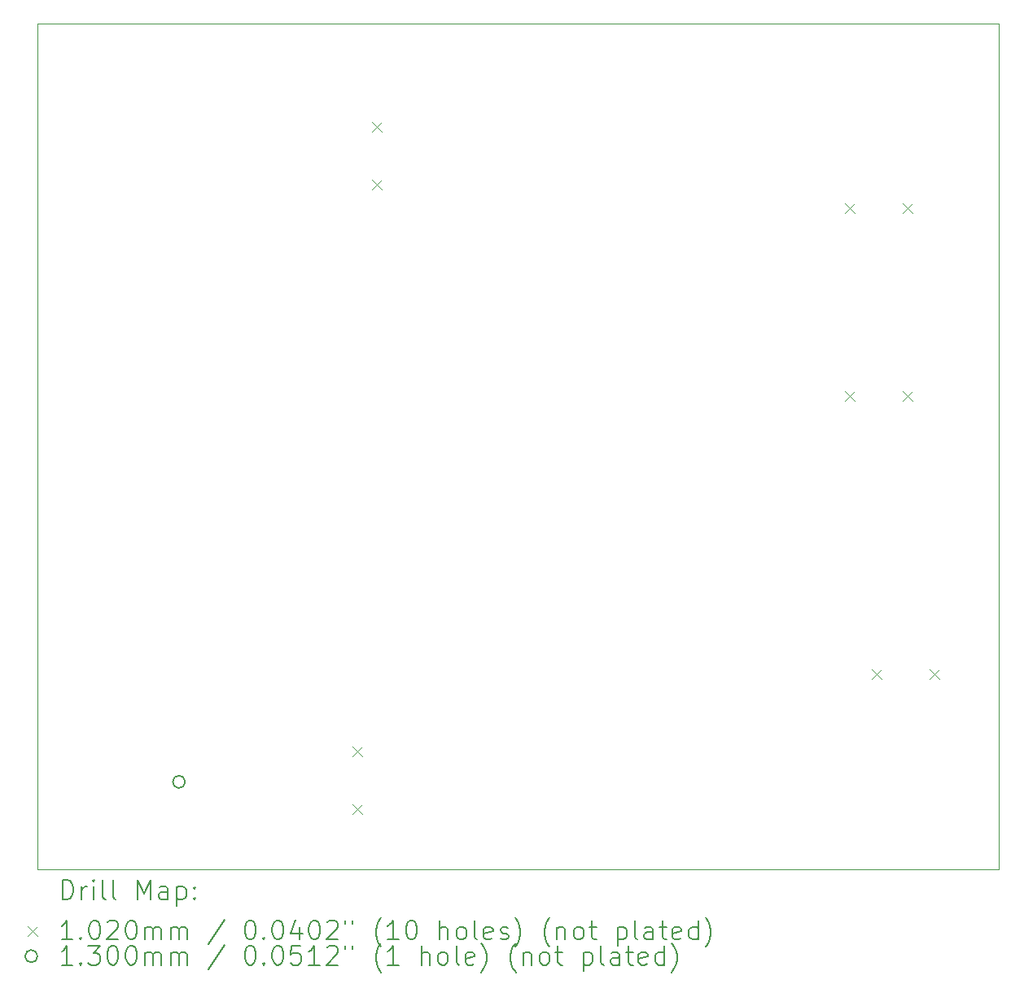
<source format=gbr>
%TF.GenerationSoftware,KiCad,Pcbnew,8.0.7-8.0.7-0~ubuntu22.04.1*%
%TF.CreationDate,2025-01-27T17:29:04+02:00*%
%TF.ProjectId,speaker_amp2,73706561-6b65-4725-9f61-6d70322e6b69,rev?*%
%TF.SameCoordinates,Original*%
%TF.FileFunction,Drillmap*%
%TF.FilePolarity,Positive*%
%FSLAX45Y45*%
G04 Gerber Fmt 4.5, Leading zero omitted, Abs format (unit mm)*
G04 Created by KiCad (PCBNEW 8.0.7-8.0.7-0~ubuntu22.04.1) date 2025-01-27 17:29:04*
%MOMM*%
%LPD*%
G01*
G04 APERTURE LIST*
%ADD10C,0.050000*%
%ADD11C,0.200000*%
%ADD12C,0.102000*%
%ADD13C,0.130000*%
G04 APERTURE END LIST*
D10*
X3750000Y-6300000D02*
X13750000Y-6300000D01*
X13750000Y-15100000D01*
X3750000Y-15100000D01*
X3750000Y-6300000D01*
D11*
D12*
X7024000Y-13824001D02*
X7126000Y-13926001D01*
X7126000Y-13824001D02*
X7024000Y-13926001D01*
X7024000Y-14424000D02*
X7126000Y-14526000D01*
X7126000Y-14424000D02*
X7024000Y-14526000D01*
X7226500Y-7322966D02*
X7328500Y-7424966D01*
X7328500Y-7322966D02*
X7226500Y-7424966D01*
X7226500Y-7922965D02*
X7328500Y-8024965D01*
X7328500Y-7922965D02*
X7226500Y-8024965D01*
X12144001Y-8164000D02*
X12246001Y-8266000D01*
X12246001Y-8164000D02*
X12144001Y-8266000D01*
X12144001Y-10124000D02*
X12246001Y-10226000D01*
X12246001Y-10124000D02*
X12144001Y-10226000D01*
X12424000Y-13023000D02*
X12526000Y-13125000D01*
X12526000Y-13023000D02*
X12424000Y-13125000D01*
X12744000Y-8164000D02*
X12846000Y-8266000D01*
X12846000Y-8164000D02*
X12744000Y-8266000D01*
X12744000Y-10124000D02*
X12846000Y-10226000D01*
X12846000Y-10124000D02*
X12744000Y-10226000D01*
X13023999Y-13023000D02*
X13125999Y-13125000D01*
X13125999Y-13023000D02*
X13023999Y-13125000D01*
D13*
X5283600Y-14191000D02*
G75*
G02*
X5153600Y-14191000I-65000J0D01*
G01*
X5153600Y-14191000D02*
G75*
G02*
X5283600Y-14191000I65000J0D01*
G01*
D11*
X4008277Y-15413984D02*
X4008277Y-15213984D01*
X4008277Y-15213984D02*
X4055896Y-15213984D01*
X4055896Y-15213984D02*
X4084467Y-15223508D01*
X4084467Y-15223508D02*
X4103515Y-15242555D01*
X4103515Y-15242555D02*
X4113039Y-15261603D01*
X4113039Y-15261603D02*
X4122562Y-15299698D01*
X4122562Y-15299698D02*
X4122562Y-15328269D01*
X4122562Y-15328269D02*
X4113039Y-15366365D01*
X4113039Y-15366365D02*
X4103515Y-15385412D01*
X4103515Y-15385412D02*
X4084467Y-15404460D01*
X4084467Y-15404460D02*
X4055896Y-15413984D01*
X4055896Y-15413984D02*
X4008277Y-15413984D01*
X4208277Y-15413984D02*
X4208277Y-15280650D01*
X4208277Y-15318746D02*
X4217801Y-15299698D01*
X4217801Y-15299698D02*
X4227324Y-15290174D01*
X4227324Y-15290174D02*
X4246372Y-15280650D01*
X4246372Y-15280650D02*
X4265420Y-15280650D01*
X4332086Y-15413984D02*
X4332086Y-15280650D01*
X4332086Y-15213984D02*
X4322563Y-15223508D01*
X4322563Y-15223508D02*
X4332086Y-15233031D01*
X4332086Y-15233031D02*
X4341610Y-15223508D01*
X4341610Y-15223508D02*
X4332086Y-15213984D01*
X4332086Y-15213984D02*
X4332086Y-15233031D01*
X4455896Y-15413984D02*
X4436848Y-15404460D01*
X4436848Y-15404460D02*
X4427324Y-15385412D01*
X4427324Y-15385412D02*
X4427324Y-15213984D01*
X4560658Y-15413984D02*
X4541610Y-15404460D01*
X4541610Y-15404460D02*
X4532086Y-15385412D01*
X4532086Y-15385412D02*
X4532086Y-15213984D01*
X4789229Y-15413984D02*
X4789229Y-15213984D01*
X4789229Y-15213984D02*
X4855896Y-15356841D01*
X4855896Y-15356841D02*
X4922563Y-15213984D01*
X4922563Y-15213984D02*
X4922563Y-15413984D01*
X5103515Y-15413984D02*
X5103515Y-15309222D01*
X5103515Y-15309222D02*
X5093991Y-15290174D01*
X5093991Y-15290174D02*
X5074944Y-15280650D01*
X5074944Y-15280650D02*
X5036848Y-15280650D01*
X5036848Y-15280650D02*
X5017801Y-15290174D01*
X5103515Y-15404460D02*
X5084467Y-15413984D01*
X5084467Y-15413984D02*
X5036848Y-15413984D01*
X5036848Y-15413984D02*
X5017801Y-15404460D01*
X5017801Y-15404460D02*
X5008277Y-15385412D01*
X5008277Y-15385412D02*
X5008277Y-15366365D01*
X5008277Y-15366365D02*
X5017801Y-15347317D01*
X5017801Y-15347317D02*
X5036848Y-15337793D01*
X5036848Y-15337793D02*
X5084467Y-15337793D01*
X5084467Y-15337793D02*
X5103515Y-15328269D01*
X5198753Y-15280650D02*
X5198753Y-15480650D01*
X5198753Y-15290174D02*
X5217801Y-15280650D01*
X5217801Y-15280650D02*
X5255896Y-15280650D01*
X5255896Y-15280650D02*
X5274944Y-15290174D01*
X5274944Y-15290174D02*
X5284467Y-15299698D01*
X5284467Y-15299698D02*
X5293991Y-15318746D01*
X5293991Y-15318746D02*
X5293991Y-15375888D01*
X5293991Y-15375888D02*
X5284467Y-15394936D01*
X5284467Y-15394936D02*
X5274944Y-15404460D01*
X5274944Y-15404460D02*
X5255896Y-15413984D01*
X5255896Y-15413984D02*
X5217801Y-15413984D01*
X5217801Y-15413984D02*
X5198753Y-15404460D01*
X5379705Y-15394936D02*
X5389229Y-15404460D01*
X5389229Y-15404460D02*
X5379705Y-15413984D01*
X5379705Y-15413984D02*
X5370182Y-15404460D01*
X5370182Y-15404460D02*
X5379705Y-15394936D01*
X5379705Y-15394936D02*
X5379705Y-15413984D01*
X5379705Y-15290174D02*
X5389229Y-15299698D01*
X5389229Y-15299698D02*
X5379705Y-15309222D01*
X5379705Y-15309222D02*
X5370182Y-15299698D01*
X5370182Y-15299698D02*
X5379705Y-15290174D01*
X5379705Y-15290174D02*
X5379705Y-15309222D01*
D12*
X3645500Y-15691500D02*
X3747500Y-15793500D01*
X3747500Y-15691500D02*
X3645500Y-15793500D01*
D11*
X4113039Y-15833984D02*
X3998753Y-15833984D01*
X4055896Y-15833984D02*
X4055896Y-15633984D01*
X4055896Y-15633984D02*
X4036848Y-15662555D01*
X4036848Y-15662555D02*
X4017801Y-15681603D01*
X4017801Y-15681603D02*
X3998753Y-15691127D01*
X4198753Y-15814936D02*
X4208277Y-15824460D01*
X4208277Y-15824460D02*
X4198753Y-15833984D01*
X4198753Y-15833984D02*
X4189229Y-15824460D01*
X4189229Y-15824460D02*
X4198753Y-15814936D01*
X4198753Y-15814936D02*
X4198753Y-15833984D01*
X4332086Y-15633984D02*
X4351134Y-15633984D01*
X4351134Y-15633984D02*
X4370182Y-15643508D01*
X4370182Y-15643508D02*
X4379705Y-15653031D01*
X4379705Y-15653031D02*
X4389229Y-15672079D01*
X4389229Y-15672079D02*
X4398753Y-15710174D01*
X4398753Y-15710174D02*
X4398753Y-15757793D01*
X4398753Y-15757793D02*
X4389229Y-15795888D01*
X4389229Y-15795888D02*
X4379705Y-15814936D01*
X4379705Y-15814936D02*
X4370182Y-15824460D01*
X4370182Y-15824460D02*
X4351134Y-15833984D01*
X4351134Y-15833984D02*
X4332086Y-15833984D01*
X4332086Y-15833984D02*
X4313039Y-15824460D01*
X4313039Y-15824460D02*
X4303515Y-15814936D01*
X4303515Y-15814936D02*
X4293991Y-15795888D01*
X4293991Y-15795888D02*
X4284467Y-15757793D01*
X4284467Y-15757793D02*
X4284467Y-15710174D01*
X4284467Y-15710174D02*
X4293991Y-15672079D01*
X4293991Y-15672079D02*
X4303515Y-15653031D01*
X4303515Y-15653031D02*
X4313039Y-15643508D01*
X4313039Y-15643508D02*
X4332086Y-15633984D01*
X4474944Y-15653031D02*
X4484467Y-15643508D01*
X4484467Y-15643508D02*
X4503515Y-15633984D01*
X4503515Y-15633984D02*
X4551134Y-15633984D01*
X4551134Y-15633984D02*
X4570182Y-15643508D01*
X4570182Y-15643508D02*
X4579705Y-15653031D01*
X4579705Y-15653031D02*
X4589229Y-15672079D01*
X4589229Y-15672079D02*
X4589229Y-15691127D01*
X4589229Y-15691127D02*
X4579705Y-15719698D01*
X4579705Y-15719698D02*
X4465420Y-15833984D01*
X4465420Y-15833984D02*
X4589229Y-15833984D01*
X4713039Y-15633984D02*
X4732086Y-15633984D01*
X4732086Y-15633984D02*
X4751134Y-15643508D01*
X4751134Y-15643508D02*
X4760658Y-15653031D01*
X4760658Y-15653031D02*
X4770182Y-15672079D01*
X4770182Y-15672079D02*
X4779705Y-15710174D01*
X4779705Y-15710174D02*
X4779705Y-15757793D01*
X4779705Y-15757793D02*
X4770182Y-15795888D01*
X4770182Y-15795888D02*
X4760658Y-15814936D01*
X4760658Y-15814936D02*
X4751134Y-15824460D01*
X4751134Y-15824460D02*
X4732086Y-15833984D01*
X4732086Y-15833984D02*
X4713039Y-15833984D01*
X4713039Y-15833984D02*
X4693991Y-15824460D01*
X4693991Y-15824460D02*
X4684467Y-15814936D01*
X4684467Y-15814936D02*
X4674944Y-15795888D01*
X4674944Y-15795888D02*
X4665420Y-15757793D01*
X4665420Y-15757793D02*
X4665420Y-15710174D01*
X4665420Y-15710174D02*
X4674944Y-15672079D01*
X4674944Y-15672079D02*
X4684467Y-15653031D01*
X4684467Y-15653031D02*
X4693991Y-15643508D01*
X4693991Y-15643508D02*
X4713039Y-15633984D01*
X4865420Y-15833984D02*
X4865420Y-15700650D01*
X4865420Y-15719698D02*
X4874944Y-15710174D01*
X4874944Y-15710174D02*
X4893991Y-15700650D01*
X4893991Y-15700650D02*
X4922563Y-15700650D01*
X4922563Y-15700650D02*
X4941610Y-15710174D01*
X4941610Y-15710174D02*
X4951134Y-15729222D01*
X4951134Y-15729222D02*
X4951134Y-15833984D01*
X4951134Y-15729222D02*
X4960658Y-15710174D01*
X4960658Y-15710174D02*
X4979705Y-15700650D01*
X4979705Y-15700650D02*
X5008277Y-15700650D01*
X5008277Y-15700650D02*
X5027325Y-15710174D01*
X5027325Y-15710174D02*
X5036848Y-15729222D01*
X5036848Y-15729222D02*
X5036848Y-15833984D01*
X5132086Y-15833984D02*
X5132086Y-15700650D01*
X5132086Y-15719698D02*
X5141610Y-15710174D01*
X5141610Y-15710174D02*
X5160658Y-15700650D01*
X5160658Y-15700650D02*
X5189229Y-15700650D01*
X5189229Y-15700650D02*
X5208277Y-15710174D01*
X5208277Y-15710174D02*
X5217801Y-15729222D01*
X5217801Y-15729222D02*
X5217801Y-15833984D01*
X5217801Y-15729222D02*
X5227325Y-15710174D01*
X5227325Y-15710174D02*
X5246372Y-15700650D01*
X5246372Y-15700650D02*
X5274944Y-15700650D01*
X5274944Y-15700650D02*
X5293991Y-15710174D01*
X5293991Y-15710174D02*
X5303515Y-15729222D01*
X5303515Y-15729222D02*
X5303515Y-15833984D01*
X5693991Y-15624460D02*
X5522563Y-15881603D01*
X5951134Y-15633984D02*
X5970182Y-15633984D01*
X5970182Y-15633984D02*
X5989229Y-15643508D01*
X5989229Y-15643508D02*
X5998753Y-15653031D01*
X5998753Y-15653031D02*
X6008277Y-15672079D01*
X6008277Y-15672079D02*
X6017801Y-15710174D01*
X6017801Y-15710174D02*
X6017801Y-15757793D01*
X6017801Y-15757793D02*
X6008277Y-15795888D01*
X6008277Y-15795888D02*
X5998753Y-15814936D01*
X5998753Y-15814936D02*
X5989229Y-15824460D01*
X5989229Y-15824460D02*
X5970182Y-15833984D01*
X5970182Y-15833984D02*
X5951134Y-15833984D01*
X5951134Y-15833984D02*
X5932086Y-15824460D01*
X5932086Y-15824460D02*
X5922563Y-15814936D01*
X5922563Y-15814936D02*
X5913039Y-15795888D01*
X5913039Y-15795888D02*
X5903515Y-15757793D01*
X5903515Y-15757793D02*
X5903515Y-15710174D01*
X5903515Y-15710174D02*
X5913039Y-15672079D01*
X5913039Y-15672079D02*
X5922563Y-15653031D01*
X5922563Y-15653031D02*
X5932086Y-15643508D01*
X5932086Y-15643508D02*
X5951134Y-15633984D01*
X6103515Y-15814936D02*
X6113039Y-15824460D01*
X6113039Y-15824460D02*
X6103515Y-15833984D01*
X6103515Y-15833984D02*
X6093991Y-15824460D01*
X6093991Y-15824460D02*
X6103515Y-15814936D01*
X6103515Y-15814936D02*
X6103515Y-15833984D01*
X6236848Y-15633984D02*
X6255896Y-15633984D01*
X6255896Y-15633984D02*
X6274944Y-15643508D01*
X6274944Y-15643508D02*
X6284467Y-15653031D01*
X6284467Y-15653031D02*
X6293991Y-15672079D01*
X6293991Y-15672079D02*
X6303515Y-15710174D01*
X6303515Y-15710174D02*
X6303515Y-15757793D01*
X6303515Y-15757793D02*
X6293991Y-15795888D01*
X6293991Y-15795888D02*
X6284467Y-15814936D01*
X6284467Y-15814936D02*
X6274944Y-15824460D01*
X6274944Y-15824460D02*
X6255896Y-15833984D01*
X6255896Y-15833984D02*
X6236848Y-15833984D01*
X6236848Y-15833984D02*
X6217801Y-15824460D01*
X6217801Y-15824460D02*
X6208277Y-15814936D01*
X6208277Y-15814936D02*
X6198753Y-15795888D01*
X6198753Y-15795888D02*
X6189229Y-15757793D01*
X6189229Y-15757793D02*
X6189229Y-15710174D01*
X6189229Y-15710174D02*
X6198753Y-15672079D01*
X6198753Y-15672079D02*
X6208277Y-15653031D01*
X6208277Y-15653031D02*
X6217801Y-15643508D01*
X6217801Y-15643508D02*
X6236848Y-15633984D01*
X6474944Y-15700650D02*
X6474944Y-15833984D01*
X6427325Y-15624460D02*
X6379706Y-15767317D01*
X6379706Y-15767317D02*
X6503515Y-15767317D01*
X6617801Y-15633984D02*
X6636848Y-15633984D01*
X6636848Y-15633984D02*
X6655896Y-15643508D01*
X6655896Y-15643508D02*
X6665420Y-15653031D01*
X6665420Y-15653031D02*
X6674944Y-15672079D01*
X6674944Y-15672079D02*
X6684467Y-15710174D01*
X6684467Y-15710174D02*
X6684467Y-15757793D01*
X6684467Y-15757793D02*
X6674944Y-15795888D01*
X6674944Y-15795888D02*
X6665420Y-15814936D01*
X6665420Y-15814936D02*
X6655896Y-15824460D01*
X6655896Y-15824460D02*
X6636848Y-15833984D01*
X6636848Y-15833984D02*
X6617801Y-15833984D01*
X6617801Y-15833984D02*
X6598753Y-15824460D01*
X6598753Y-15824460D02*
X6589229Y-15814936D01*
X6589229Y-15814936D02*
X6579706Y-15795888D01*
X6579706Y-15795888D02*
X6570182Y-15757793D01*
X6570182Y-15757793D02*
X6570182Y-15710174D01*
X6570182Y-15710174D02*
X6579706Y-15672079D01*
X6579706Y-15672079D02*
X6589229Y-15653031D01*
X6589229Y-15653031D02*
X6598753Y-15643508D01*
X6598753Y-15643508D02*
X6617801Y-15633984D01*
X6760658Y-15653031D02*
X6770182Y-15643508D01*
X6770182Y-15643508D02*
X6789229Y-15633984D01*
X6789229Y-15633984D02*
X6836848Y-15633984D01*
X6836848Y-15633984D02*
X6855896Y-15643508D01*
X6855896Y-15643508D02*
X6865420Y-15653031D01*
X6865420Y-15653031D02*
X6874944Y-15672079D01*
X6874944Y-15672079D02*
X6874944Y-15691127D01*
X6874944Y-15691127D02*
X6865420Y-15719698D01*
X6865420Y-15719698D02*
X6751134Y-15833984D01*
X6751134Y-15833984D02*
X6874944Y-15833984D01*
X6951134Y-15633984D02*
X6951134Y-15672079D01*
X7027325Y-15633984D02*
X7027325Y-15672079D01*
X7322563Y-15910174D02*
X7313039Y-15900650D01*
X7313039Y-15900650D02*
X7293991Y-15872079D01*
X7293991Y-15872079D02*
X7284468Y-15853031D01*
X7284468Y-15853031D02*
X7274944Y-15824460D01*
X7274944Y-15824460D02*
X7265420Y-15776841D01*
X7265420Y-15776841D02*
X7265420Y-15738746D01*
X7265420Y-15738746D02*
X7274944Y-15691127D01*
X7274944Y-15691127D02*
X7284468Y-15662555D01*
X7284468Y-15662555D02*
X7293991Y-15643508D01*
X7293991Y-15643508D02*
X7313039Y-15614936D01*
X7313039Y-15614936D02*
X7322563Y-15605412D01*
X7503515Y-15833984D02*
X7389229Y-15833984D01*
X7446372Y-15833984D02*
X7446372Y-15633984D01*
X7446372Y-15633984D02*
X7427325Y-15662555D01*
X7427325Y-15662555D02*
X7408277Y-15681603D01*
X7408277Y-15681603D02*
X7389229Y-15691127D01*
X7627325Y-15633984D02*
X7646372Y-15633984D01*
X7646372Y-15633984D02*
X7665420Y-15643508D01*
X7665420Y-15643508D02*
X7674944Y-15653031D01*
X7674944Y-15653031D02*
X7684468Y-15672079D01*
X7684468Y-15672079D02*
X7693991Y-15710174D01*
X7693991Y-15710174D02*
X7693991Y-15757793D01*
X7693991Y-15757793D02*
X7684468Y-15795888D01*
X7684468Y-15795888D02*
X7674944Y-15814936D01*
X7674944Y-15814936D02*
X7665420Y-15824460D01*
X7665420Y-15824460D02*
X7646372Y-15833984D01*
X7646372Y-15833984D02*
X7627325Y-15833984D01*
X7627325Y-15833984D02*
X7608277Y-15824460D01*
X7608277Y-15824460D02*
X7598753Y-15814936D01*
X7598753Y-15814936D02*
X7589229Y-15795888D01*
X7589229Y-15795888D02*
X7579706Y-15757793D01*
X7579706Y-15757793D02*
X7579706Y-15710174D01*
X7579706Y-15710174D02*
X7589229Y-15672079D01*
X7589229Y-15672079D02*
X7598753Y-15653031D01*
X7598753Y-15653031D02*
X7608277Y-15643508D01*
X7608277Y-15643508D02*
X7627325Y-15633984D01*
X7932087Y-15833984D02*
X7932087Y-15633984D01*
X8017801Y-15833984D02*
X8017801Y-15729222D01*
X8017801Y-15729222D02*
X8008277Y-15710174D01*
X8008277Y-15710174D02*
X7989230Y-15700650D01*
X7989230Y-15700650D02*
X7960658Y-15700650D01*
X7960658Y-15700650D02*
X7941610Y-15710174D01*
X7941610Y-15710174D02*
X7932087Y-15719698D01*
X8141610Y-15833984D02*
X8122563Y-15824460D01*
X8122563Y-15824460D02*
X8113039Y-15814936D01*
X8113039Y-15814936D02*
X8103515Y-15795888D01*
X8103515Y-15795888D02*
X8103515Y-15738746D01*
X8103515Y-15738746D02*
X8113039Y-15719698D01*
X8113039Y-15719698D02*
X8122563Y-15710174D01*
X8122563Y-15710174D02*
X8141610Y-15700650D01*
X8141610Y-15700650D02*
X8170182Y-15700650D01*
X8170182Y-15700650D02*
X8189230Y-15710174D01*
X8189230Y-15710174D02*
X8198753Y-15719698D01*
X8198753Y-15719698D02*
X8208277Y-15738746D01*
X8208277Y-15738746D02*
X8208277Y-15795888D01*
X8208277Y-15795888D02*
X8198753Y-15814936D01*
X8198753Y-15814936D02*
X8189230Y-15824460D01*
X8189230Y-15824460D02*
X8170182Y-15833984D01*
X8170182Y-15833984D02*
X8141610Y-15833984D01*
X8322563Y-15833984D02*
X8303515Y-15824460D01*
X8303515Y-15824460D02*
X8293991Y-15805412D01*
X8293991Y-15805412D02*
X8293991Y-15633984D01*
X8474944Y-15824460D02*
X8455896Y-15833984D01*
X8455896Y-15833984D02*
X8417801Y-15833984D01*
X8417801Y-15833984D02*
X8398753Y-15824460D01*
X8398753Y-15824460D02*
X8389230Y-15805412D01*
X8389230Y-15805412D02*
X8389230Y-15729222D01*
X8389230Y-15729222D02*
X8398753Y-15710174D01*
X8398753Y-15710174D02*
X8417801Y-15700650D01*
X8417801Y-15700650D02*
X8455896Y-15700650D01*
X8455896Y-15700650D02*
X8474944Y-15710174D01*
X8474944Y-15710174D02*
X8484468Y-15729222D01*
X8484468Y-15729222D02*
X8484468Y-15748269D01*
X8484468Y-15748269D02*
X8389230Y-15767317D01*
X8560658Y-15824460D02*
X8579706Y-15833984D01*
X8579706Y-15833984D02*
X8617801Y-15833984D01*
X8617801Y-15833984D02*
X8636849Y-15824460D01*
X8636849Y-15824460D02*
X8646373Y-15805412D01*
X8646373Y-15805412D02*
X8646373Y-15795888D01*
X8646373Y-15795888D02*
X8636849Y-15776841D01*
X8636849Y-15776841D02*
X8617801Y-15767317D01*
X8617801Y-15767317D02*
X8589230Y-15767317D01*
X8589230Y-15767317D02*
X8570182Y-15757793D01*
X8570182Y-15757793D02*
X8560658Y-15738746D01*
X8560658Y-15738746D02*
X8560658Y-15729222D01*
X8560658Y-15729222D02*
X8570182Y-15710174D01*
X8570182Y-15710174D02*
X8589230Y-15700650D01*
X8589230Y-15700650D02*
X8617801Y-15700650D01*
X8617801Y-15700650D02*
X8636849Y-15710174D01*
X8713039Y-15910174D02*
X8722563Y-15900650D01*
X8722563Y-15900650D02*
X8741611Y-15872079D01*
X8741611Y-15872079D02*
X8751134Y-15853031D01*
X8751134Y-15853031D02*
X8760658Y-15824460D01*
X8760658Y-15824460D02*
X8770182Y-15776841D01*
X8770182Y-15776841D02*
X8770182Y-15738746D01*
X8770182Y-15738746D02*
X8760658Y-15691127D01*
X8760658Y-15691127D02*
X8751134Y-15662555D01*
X8751134Y-15662555D02*
X8741611Y-15643508D01*
X8741611Y-15643508D02*
X8722563Y-15614936D01*
X8722563Y-15614936D02*
X8713039Y-15605412D01*
X9074944Y-15910174D02*
X9065420Y-15900650D01*
X9065420Y-15900650D02*
X9046373Y-15872079D01*
X9046373Y-15872079D02*
X9036849Y-15853031D01*
X9036849Y-15853031D02*
X9027325Y-15824460D01*
X9027325Y-15824460D02*
X9017801Y-15776841D01*
X9017801Y-15776841D02*
X9017801Y-15738746D01*
X9017801Y-15738746D02*
X9027325Y-15691127D01*
X9027325Y-15691127D02*
X9036849Y-15662555D01*
X9036849Y-15662555D02*
X9046373Y-15643508D01*
X9046373Y-15643508D02*
X9065420Y-15614936D01*
X9065420Y-15614936D02*
X9074944Y-15605412D01*
X9151134Y-15700650D02*
X9151134Y-15833984D01*
X9151134Y-15719698D02*
X9160658Y-15710174D01*
X9160658Y-15710174D02*
X9179706Y-15700650D01*
X9179706Y-15700650D02*
X9208277Y-15700650D01*
X9208277Y-15700650D02*
X9227325Y-15710174D01*
X9227325Y-15710174D02*
X9236849Y-15729222D01*
X9236849Y-15729222D02*
X9236849Y-15833984D01*
X9360658Y-15833984D02*
X9341611Y-15824460D01*
X9341611Y-15824460D02*
X9332087Y-15814936D01*
X9332087Y-15814936D02*
X9322563Y-15795888D01*
X9322563Y-15795888D02*
X9322563Y-15738746D01*
X9322563Y-15738746D02*
X9332087Y-15719698D01*
X9332087Y-15719698D02*
X9341611Y-15710174D01*
X9341611Y-15710174D02*
X9360658Y-15700650D01*
X9360658Y-15700650D02*
X9389230Y-15700650D01*
X9389230Y-15700650D02*
X9408277Y-15710174D01*
X9408277Y-15710174D02*
X9417801Y-15719698D01*
X9417801Y-15719698D02*
X9427325Y-15738746D01*
X9427325Y-15738746D02*
X9427325Y-15795888D01*
X9427325Y-15795888D02*
X9417801Y-15814936D01*
X9417801Y-15814936D02*
X9408277Y-15824460D01*
X9408277Y-15824460D02*
X9389230Y-15833984D01*
X9389230Y-15833984D02*
X9360658Y-15833984D01*
X9484468Y-15700650D02*
X9560658Y-15700650D01*
X9513039Y-15633984D02*
X9513039Y-15805412D01*
X9513039Y-15805412D02*
X9522563Y-15824460D01*
X9522563Y-15824460D02*
X9541611Y-15833984D01*
X9541611Y-15833984D02*
X9560658Y-15833984D01*
X9779706Y-15700650D02*
X9779706Y-15900650D01*
X9779706Y-15710174D02*
X9798754Y-15700650D01*
X9798754Y-15700650D02*
X9836849Y-15700650D01*
X9836849Y-15700650D02*
X9855896Y-15710174D01*
X9855896Y-15710174D02*
X9865420Y-15719698D01*
X9865420Y-15719698D02*
X9874944Y-15738746D01*
X9874944Y-15738746D02*
X9874944Y-15795888D01*
X9874944Y-15795888D02*
X9865420Y-15814936D01*
X9865420Y-15814936D02*
X9855896Y-15824460D01*
X9855896Y-15824460D02*
X9836849Y-15833984D01*
X9836849Y-15833984D02*
X9798754Y-15833984D01*
X9798754Y-15833984D02*
X9779706Y-15824460D01*
X9989230Y-15833984D02*
X9970182Y-15824460D01*
X9970182Y-15824460D02*
X9960658Y-15805412D01*
X9960658Y-15805412D02*
X9960658Y-15633984D01*
X10151135Y-15833984D02*
X10151135Y-15729222D01*
X10151135Y-15729222D02*
X10141611Y-15710174D01*
X10141611Y-15710174D02*
X10122563Y-15700650D01*
X10122563Y-15700650D02*
X10084468Y-15700650D01*
X10084468Y-15700650D02*
X10065420Y-15710174D01*
X10151135Y-15824460D02*
X10132087Y-15833984D01*
X10132087Y-15833984D02*
X10084468Y-15833984D01*
X10084468Y-15833984D02*
X10065420Y-15824460D01*
X10065420Y-15824460D02*
X10055896Y-15805412D01*
X10055896Y-15805412D02*
X10055896Y-15786365D01*
X10055896Y-15786365D02*
X10065420Y-15767317D01*
X10065420Y-15767317D02*
X10084468Y-15757793D01*
X10084468Y-15757793D02*
X10132087Y-15757793D01*
X10132087Y-15757793D02*
X10151135Y-15748269D01*
X10217801Y-15700650D02*
X10293992Y-15700650D01*
X10246373Y-15633984D02*
X10246373Y-15805412D01*
X10246373Y-15805412D02*
X10255896Y-15824460D01*
X10255896Y-15824460D02*
X10274944Y-15833984D01*
X10274944Y-15833984D02*
X10293992Y-15833984D01*
X10436849Y-15824460D02*
X10417801Y-15833984D01*
X10417801Y-15833984D02*
X10379706Y-15833984D01*
X10379706Y-15833984D02*
X10360658Y-15824460D01*
X10360658Y-15824460D02*
X10351135Y-15805412D01*
X10351135Y-15805412D02*
X10351135Y-15729222D01*
X10351135Y-15729222D02*
X10360658Y-15710174D01*
X10360658Y-15710174D02*
X10379706Y-15700650D01*
X10379706Y-15700650D02*
X10417801Y-15700650D01*
X10417801Y-15700650D02*
X10436849Y-15710174D01*
X10436849Y-15710174D02*
X10446373Y-15729222D01*
X10446373Y-15729222D02*
X10446373Y-15748269D01*
X10446373Y-15748269D02*
X10351135Y-15767317D01*
X10617801Y-15833984D02*
X10617801Y-15633984D01*
X10617801Y-15824460D02*
X10598754Y-15833984D01*
X10598754Y-15833984D02*
X10560658Y-15833984D01*
X10560658Y-15833984D02*
X10541611Y-15824460D01*
X10541611Y-15824460D02*
X10532087Y-15814936D01*
X10532087Y-15814936D02*
X10522563Y-15795888D01*
X10522563Y-15795888D02*
X10522563Y-15738746D01*
X10522563Y-15738746D02*
X10532087Y-15719698D01*
X10532087Y-15719698D02*
X10541611Y-15710174D01*
X10541611Y-15710174D02*
X10560658Y-15700650D01*
X10560658Y-15700650D02*
X10598754Y-15700650D01*
X10598754Y-15700650D02*
X10617801Y-15710174D01*
X10693992Y-15910174D02*
X10703516Y-15900650D01*
X10703516Y-15900650D02*
X10722563Y-15872079D01*
X10722563Y-15872079D02*
X10732087Y-15853031D01*
X10732087Y-15853031D02*
X10741611Y-15824460D01*
X10741611Y-15824460D02*
X10751135Y-15776841D01*
X10751135Y-15776841D02*
X10751135Y-15738746D01*
X10751135Y-15738746D02*
X10741611Y-15691127D01*
X10741611Y-15691127D02*
X10732087Y-15662555D01*
X10732087Y-15662555D02*
X10722563Y-15643508D01*
X10722563Y-15643508D02*
X10703516Y-15614936D01*
X10703516Y-15614936D02*
X10693992Y-15605412D01*
D13*
X3747500Y-16006500D02*
G75*
G02*
X3617500Y-16006500I-65000J0D01*
G01*
X3617500Y-16006500D02*
G75*
G02*
X3747500Y-16006500I65000J0D01*
G01*
D11*
X4113039Y-16097984D02*
X3998753Y-16097984D01*
X4055896Y-16097984D02*
X4055896Y-15897984D01*
X4055896Y-15897984D02*
X4036848Y-15926555D01*
X4036848Y-15926555D02*
X4017801Y-15945603D01*
X4017801Y-15945603D02*
X3998753Y-15955127D01*
X4198753Y-16078936D02*
X4208277Y-16088460D01*
X4208277Y-16088460D02*
X4198753Y-16097984D01*
X4198753Y-16097984D02*
X4189229Y-16088460D01*
X4189229Y-16088460D02*
X4198753Y-16078936D01*
X4198753Y-16078936D02*
X4198753Y-16097984D01*
X4274944Y-15897984D02*
X4398753Y-15897984D01*
X4398753Y-15897984D02*
X4332086Y-15974174D01*
X4332086Y-15974174D02*
X4360658Y-15974174D01*
X4360658Y-15974174D02*
X4379705Y-15983698D01*
X4379705Y-15983698D02*
X4389229Y-15993222D01*
X4389229Y-15993222D02*
X4398753Y-16012269D01*
X4398753Y-16012269D02*
X4398753Y-16059888D01*
X4398753Y-16059888D02*
X4389229Y-16078936D01*
X4389229Y-16078936D02*
X4379705Y-16088460D01*
X4379705Y-16088460D02*
X4360658Y-16097984D01*
X4360658Y-16097984D02*
X4303515Y-16097984D01*
X4303515Y-16097984D02*
X4284467Y-16088460D01*
X4284467Y-16088460D02*
X4274944Y-16078936D01*
X4522563Y-15897984D02*
X4541610Y-15897984D01*
X4541610Y-15897984D02*
X4560658Y-15907508D01*
X4560658Y-15907508D02*
X4570182Y-15917031D01*
X4570182Y-15917031D02*
X4579705Y-15936079D01*
X4579705Y-15936079D02*
X4589229Y-15974174D01*
X4589229Y-15974174D02*
X4589229Y-16021793D01*
X4589229Y-16021793D02*
X4579705Y-16059888D01*
X4579705Y-16059888D02*
X4570182Y-16078936D01*
X4570182Y-16078936D02*
X4560658Y-16088460D01*
X4560658Y-16088460D02*
X4541610Y-16097984D01*
X4541610Y-16097984D02*
X4522563Y-16097984D01*
X4522563Y-16097984D02*
X4503515Y-16088460D01*
X4503515Y-16088460D02*
X4493991Y-16078936D01*
X4493991Y-16078936D02*
X4484467Y-16059888D01*
X4484467Y-16059888D02*
X4474944Y-16021793D01*
X4474944Y-16021793D02*
X4474944Y-15974174D01*
X4474944Y-15974174D02*
X4484467Y-15936079D01*
X4484467Y-15936079D02*
X4493991Y-15917031D01*
X4493991Y-15917031D02*
X4503515Y-15907508D01*
X4503515Y-15907508D02*
X4522563Y-15897984D01*
X4713039Y-15897984D02*
X4732086Y-15897984D01*
X4732086Y-15897984D02*
X4751134Y-15907508D01*
X4751134Y-15907508D02*
X4760658Y-15917031D01*
X4760658Y-15917031D02*
X4770182Y-15936079D01*
X4770182Y-15936079D02*
X4779705Y-15974174D01*
X4779705Y-15974174D02*
X4779705Y-16021793D01*
X4779705Y-16021793D02*
X4770182Y-16059888D01*
X4770182Y-16059888D02*
X4760658Y-16078936D01*
X4760658Y-16078936D02*
X4751134Y-16088460D01*
X4751134Y-16088460D02*
X4732086Y-16097984D01*
X4732086Y-16097984D02*
X4713039Y-16097984D01*
X4713039Y-16097984D02*
X4693991Y-16088460D01*
X4693991Y-16088460D02*
X4684467Y-16078936D01*
X4684467Y-16078936D02*
X4674944Y-16059888D01*
X4674944Y-16059888D02*
X4665420Y-16021793D01*
X4665420Y-16021793D02*
X4665420Y-15974174D01*
X4665420Y-15974174D02*
X4674944Y-15936079D01*
X4674944Y-15936079D02*
X4684467Y-15917031D01*
X4684467Y-15917031D02*
X4693991Y-15907508D01*
X4693991Y-15907508D02*
X4713039Y-15897984D01*
X4865420Y-16097984D02*
X4865420Y-15964650D01*
X4865420Y-15983698D02*
X4874944Y-15974174D01*
X4874944Y-15974174D02*
X4893991Y-15964650D01*
X4893991Y-15964650D02*
X4922563Y-15964650D01*
X4922563Y-15964650D02*
X4941610Y-15974174D01*
X4941610Y-15974174D02*
X4951134Y-15993222D01*
X4951134Y-15993222D02*
X4951134Y-16097984D01*
X4951134Y-15993222D02*
X4960658Y-15974174D01*
X4960658Y-15974174D02*
X4979705Y-15964650D01*
X4979705Y-15964650D02*
X5008277Y-15964650D01*
X5008277Y-15964650D02*
X5027325Y-15974174D01*
X5027325Y-15974174D02*
X5036848Y-15993222D01*
X5036848Y-15993222D02*
X5036848Y-16097984D01*
X5132086Y-16097984D02*
X5132086Y-15964650D01*
X5132086Y-15983698D02*
X5141610Y-15974174D01*
X5141610Y-15974174D02*
X5160658Y-15964650D01*
X5160658Y-15964650D02*
X5189229Y-15964650D01*
X5189229Y-15964650D02*
X5208277Y-15974174D01*
X5208277Y-15974174D02*
X5217801Y-15993222D01*
X5217801Y-15993222D02*
X5217801Y-16097984D01*
X5217801Y-15993222D02*
X5227325Y-15974174D01*
X5227325Y-15974174D02*
X5246372Y-15964650D01*
X5246372Y-15964650D02*
X5274944Y-15964650D01*
X5274944Y-15964650D02*
X5293991Y-15974174D01*
X5293991Y-15974174D02*
X5303515Y-15993222D01*
X5303515Y-15993222D02*
X5303515Y-16097984D01*
X5693991Y-15888460D02*
X5522563Y-16145603D01*
X5951134Y-15897984D02*
X5970182Y-15897984D01*
X5970182Y-15897984D02*
X5989229Y-15907508D01*
X5989229Y-15907508D02*
X5998753Y-15917031D01*
X5998753Y-15917031D02*
X6008277Y-15936079D01*
X6008277Y-15936079D02*
X6017801Y-15974174D01*
X6017801Y-15974174D02*
X6017801Y-16021793D01*
X6017801Y-16021793D02*
X6008277Y-16059888D01*
X6008277Y-16059888D02*
X5998753Y-16078936D01*
X5998753Y-16078936D02*
X5989229Y-16088460D01*
X5989229Y-16088460D02*
X5970182Y-16097984D01*
X5970182Y-16097984D02*
X5951134Y-16097984D01*
X5951134Y-16097984D02*
X5932086Y-16088460D01*
X5932086Y-16088460D02*
X5922563Y-16078936D01*
X5922563Y-16078936D02*
X5913039Y-16059888D01*
X5913039Y-16059888D02*
X5903515Y-16021793D01*
X5903515Y-16021793D02*
X5903515Y-15974174D01*
X5903515Y-15974174D02*
X5913039Y-15936079D01*
X5913039Y-15936079D02*
X5922563Y-15917031D01*
X5922563Y-15917031D02*
X5932086Y-15907508D01*
X5932086Y-15907508D02*
X5951134Y-15897984D01*
X6103515Y-16078936D02*
X6113039Y-16088460D01*
X6113039Y-16088460D02*
X6103515Y-16097984D01*
X6103515Y-16097984D02*
X6093991Y-16088460D01*
X6093991Y-16088460D02*
X6103515Y-16078936D01*
X6103515Y-16078936D02*
X6103515Y-16097984D01*
X6236848Y-15897984D02*
X6255896Y-15897984D01*
X6255896Y-15897984D02*
X6274944Y-15907508D01*
X6274944Y-15907508D02*
X6284467Y-15917031D01*
X6284467Y-15917031D02*
X6293991Y-15936079D01*
X6293991Y-15936079D02*
X6303515Y-15974174D01*
X6303515Y-15974174D02*
X6303515Y-16021793D01*
X6303515Y-16021793D02*
X6293991Y-16059888D01*
X6293991Y-16059888D02*
X6284467Y-16078936D01*
X6284467Y-16078936D02*
X6274944Y-16088460D01*
X6274944Y-16088460D02*
X6255896Y-16097984D01*
X6255896Y-16097984D02*
X6236848Y-16097984D01*
X6236848Y-16097984D02*
X6217801Y-16088460D01*
X6217801Y-16088460D02*
X6208277Y-16078936D01*
X6208277Y-16078936D02*
X6198753Y-16059888D01*
X6198753Y-16059888D02*
X6189229Y-16021793D01*
X6189229Y-16021793D02*
X6189229Y-15974174D01*
X6189229Y-15974174D02*
X6198753Y-15936079D01*
X6198753Y-15936079D02*
X6208277Y-15917031D01*
X6208277Y-15917031D02*
X6217801Y-15907508D01*
X6217801Y-15907508D02*
X6236848Y-15897984D01*
X6484467Y-15897984D02*
X6389229Y-15897984D01*
X6389229Y-15897984D02*
X6379706Y-15993222D01*
X6379706Y-15993222D02*
X6389229Y-15983698D01*
X6389229Y-15983698D02*
X6408277Y-15974174D01*
X6408277Y-15974174D02*
X6455896Y-15974174D01*
X6455896Y-15974174D02*
X6474944Y-15983698D01*
X6474944Y-15983698D02*
X6484467Y-15993222D01*
X6484467Y-15993222D02*
X6493991Y-16012269D01*
X6493991Y-16012269D02*
X6493991Y-16059888D01*
X6493991Y-16059888D02*
X6484467Y-16078936D01*
X6484467Y-16078936D02*
X6474944Y-16088460D01*
X6474944Y-16088460D02*
X6455896Y-16097984D01*
X6455896Y-16097984D02*
X6408277Y-16097984D01*
X6408277Y-16097984D02*
X6389229Y-16088460D01*
X6389229Y-16088460D02*
X6379706Y-16078936D01*
X6684467Y-16097984D02*
X6570182Y-16097984D01*
X6627325Y-16097984D02*
X6627325Y-15897984D01*
X6627325Y-15897984D02*
X6608277Y-15926555D01*
X6608277Y-15926555D02*
X6589229Y-15945603D01*
X6589229Y-15945603D02*
X6570182Y-15955127D01*
X6760658Y-15917031D02*
X6770182Y-15907508D01*
X6770182Y-15907508D02*
X6789229Y-15897984D01*
X6789229Y-15897984D02*
X6836848Y-15897984D01*
X6836848Y-15897984D02*
X6855896Y-15907508D01*
X6855896Y-15907508D02*
X6865420Y-15917031D01*
X6865420Y-15917031D02*
X6874944Y-15936079D01*
X6874944Y-15936079D02*
X6874944Y-15955127D01*
X6874944Y-15955127D02*
X6865420Y-15983698D01*
X6865420Y-15983698D02*
X6751134Y-16097984D01*
X6751134Y-16097984D02*
X6874944Y-16097984D01*
X6951134Y-15897984D02*
X6951134Y-15936079D01*
X7027325Y-15897984D02*
X7027325Y-15936079D01*
X7322563Y-16174174D02*
X7313039Y-16164650D01*
X7313039Y-16164650D02*
X7293991Y-16136079D01*
X7293991Y-16136079D02*
X7284468Y-16117031D01*
X7284468Y-16117031D02*
X7274944Y-16088460D01*
X7274944Y-16088460D02*
X7265420Y-16040841D01*
X7265420Y-16040841D02*
X7265420Y-16002746D01*
X7265420Y-16002746D02*
X7274944Y-15955127D01*
X7274944Y-15955127D02*
X7284468Y-15926555D01*
X7284468Y-15926555D02*
X7293991Y-15907508D01*
X7293991Y-15907508D02*
X7313039Y-15878936D01*
X7313039Y-15878936D02*
X7322563Y-15869412D01*
X7503515Y-16097984D02*
X7389229Y-16097984D01*
X7446372Y-16097984D02*
X7446372Y-15897984D01*
X7446372Y-15897984D02*
X7427325Y-15926555D01*
X7427325Y-15926555D02*
X7408277Y-15945603D01*
X7408277Y-15945603D02*
X7389229Y-15955127D01*
X7741610Y-16097984D02*
X7741610Y-15897984D01*
X7827325Y-16097984D02*
X7827325Y-15993222D01*
X7827325Y-15993222D02*
X7817801Y-15974174D01*
X7817801Y-15974174D02*
X7798753Y-15964650D01*
X7798753Y-15964650D02*
X7770182Y-15964650D01*
X7770182Y-15964650D02*
X7751134Y-15974174D01*
X7751134Y-15974174D02*
X7741610Y-15983698D01*
X7951134Y-16097984D02*
X7932087Y-16088460D01*
X7932087Y-16088460D02*
X7922563Y-16078936D01*
X7922563Y-16078936D02*
X7913039Y-16059888D01*
X7913039Y-16059888D02*
X7913039Y-16002746D01*
X7913039Y-16002746D02*
X7922563Y-15983698D01*
X7922563Y-15983698D02*
X7932087Y-15974174D01*
X7932087Y-15974174D02*
X7951134Y-15964650D01*
X7951134Y-15964650D02*
X7979706Y-15964650D01*
X7979706Y-15964650D02*
X7998753Y-15974174D01*
X7998753Y-15974174D02*
X8008277Y-15983698D01*
X8008277Y-15983698D02*
X8017801Y-16002746D01*
X8017801Y-16002746D02*
X8017801Y-16059888D01*
X8017801Y-16059888D02*
X8008277Y-16078936D01*
X8008277Y-16078936D02*
X7998753Y-16088460D01*
X7998753Y-16088460D02*
X7979706Y-16097984D01*
X7979706Y-16097984D02*
X7951134Y-16097984D01*
X8132087Y-16097984D02*
X8113039Y-16088460D01*
X8113039Y-16088460D02*
X8103515Y-16069412D01*
X8103515Y-16069412D02*
X8103515Y-15897984D01*
X8284468Y-16088460D02*
X8265420Y-16097984D01*
X8265420Y-16097984D02*
X8227325Y-16097984D01*
X8227325Y-16097984D02*
X8208277Y-16088460D01*
X8208277Y-16088460D02*
X8198753Y-16069412D01*
X8198753Y-16069412D02*
X8198753Y-15993222D01*
X8198753Y-15993222D02*
X8208277Y-15974174D01*
X8208277Y-15974174D02*
X8227325Y-15964650D01*
X8227325Y-15964650D02*
X8265420Y-15964650D01*
X8265420Y-15964650D02*
X8284468Y-15974174D01*
X8284468Y-15974174D02*
X8293991Y-15993222D01*
X8293991Y-15993222D02*
X8293991Y-16012269D01*
X8293991Y-16012269D02*
X8198753Y-16031317D01*
X8360658Y-16174174D02*
X8370182Y-16164650D01*
X8370182Y-16164650D02*
X8389230Y-16136079D01*
X8389230Y-16136079D02*
X8398753Y-16117031D01*
X8398753Y-16117031D02*
X8408277Y-16088460D01*
X8408277Y-16088460D02*
X8417801Y-16040841D01*
X8417801Y-16040841D02*
X8417801Y-16002746D01*
X8417801Y-16002746D02*
X8408277Y-15955127D01*
X8408277Y-15955127D02*
X8398753Y-15926555D01*
X8398753Y-15926555D02*
X8389230Y-15907508D01*
X8389230Y-15907508D02*
X8370182Y-15878936D01*
X8370182Y-15878936D02*
X8360658Y-15869412D01*
X8722563Y-16174174D02*
X8713039Y-16164650D01*
X8713039Y-16164650D02*
X8693992Y-16136079D01*
X8693992Y-16136079D02*
X8684468Y-16117031D01*
X8684468Y-16117031D02*
X8674944Y-16088460D01*
X8674944Y-16088460D02*
X8665420Y-16040841D01*
X8665420Y-16040841D02*
X8665420Y-16002746D01*
X8665420Y-16002746D02*
X8674944Y-15955127D01*
X8674944Y-15955127D02*
X8684468Y-15926555D01*
X8684468Y-15926555D02*
X8693992Y-15907508D01*
X8693992Y-15907508D02*
X8713039Y-15878936D01*
X8713039Y-15878936D02*
X8722563Y-15869412D01*
X8798753Y-15964650D02*
X8798753Y-16097984D01*
X8798753Y-15983698D02*
X8808277Y-15974174D01*
X8808277Y-15974174D02*
X8827325Y-15964650D01*
X8827325Y-15964650D02*
X8855896Y-15964650D01*
X8855896Y-15964650D02*
X8874944Y-15974174D01*
X8874944Y-15974174D02*
X8884468Y-15993222D01*
X8884468Y-15993222D02*
X8884468Y-16097984D01*
X9008277Y-16097984D02*
X8989230Y-16088460D01*
X8989230Y-16088460D02*
X8979706Y-16078936D01*
X8979706Y-16078936D02*
X8970182Y-16059888D01*
X8970182Y-16059888D02*
X8970182Y-16002746D01*
X8970182Y-16002746D02*
X8979706Y-15983698D01*
X8979706Y-15983698D02*
X8989230Y-15974174D01*
X8989230Y-15974174D02*
X9008277Y-15964650D01*
X9008277Y-15964650D02*
X9036849Y-15964650D01*
X9036849Y-15964650D02*
X9055896Y-15974174D01*
X9055896Y-15974174D02*
X9065420Y-15983698D01*
X9065420Y-15983698D02*
X9074944Y-16002746D01*
X9074944Y-16002746D02*
X9074944Y-16059888D01*
X9074944Y-16059888D02*
X9065420Y-16078936D01*
X9065420Y-16078936D02*
X9055896Y-16088460D01*
X9055896Y-16088460D02*
X9036849Y-16097984D01*
X9036849Y-16097984D02*
X9008277Y-16097984D01*
X9132087Y-15964650D02*
X9208277Y-15964650D01*
X9160658Y-15897984D02*
X9160658Y-16069412D01*
X9160658Y-16069412D02*
X9170182Y-16088460D01*
X9170182Y-16088460D02*
X9189230Y-16097984D01*
X9189230Y-16097984D02*
X9208277Y-16097984D01*
X9427325Y-15964650D02*
X9427325Y-16164650D01*
X9427325Y-15974174D02*
X9446373Y-15964650D01*
X9446373Y-15964650D02*
X9484468Y-15964650D01*
X9484468Y-15964650D02*
X9503515Y-15974174D01*
X9503515Y-15974174D02*
X9513039Y-15983698D01*
X9513039Y-15983698D02*
X9522563Y-16002746D01*
X9522563Y-16002746D02*
X9522563Y-16059888D01*
X9522563Y-16059888D02*
X9513039Y-16078936D01*
X9513039Y-16078936D02*
X9503515Y-16088460D01*
X9503515Y-16088460D02*
X9484468Y-16097984D01*
X9484468Y-16097984D02*
X9446373Y-16097984D01*
X9446373Y-16097984D02*
X9427325Y-16088460D01*
X9636849Y-16097984D02*
X9617801Y-16088460D01*
X9617801Y-16088460D02*
X9608277Y-16069412D01*
X9608277Y-16069412D02*
X9608277Y-15897984D01*
X9798754Y-16097984D02*
X9798754Y-15993222D01*
X9798754Y-15993222D02*
X9789230Y-15974174D01*
X9789230Y-15974174D02*
X9770182Y-15964650D01*
X9770182Y-15964650D02*
X9732087Y-15964650D01*
X9732087Y-15964650D02*
X9713039Y-15974174D01*
X9798754Y-16088460D02*
X9779706Y-16097984D01*
X9779706Y-16097984D02*
X9732087Y-16097984D01*
X9732087Y-16097984D02*
X9713039Y-16088460D01*
X9713039Y-16088460D02*
X9703515Y-16069412D01*
X9703515Y-16069412D02*
X9703515Y-16050365D01*
X9703515Y-16050365D02*
X9713039Y-16031317D01*
X9713039Y-16031317D02*
X9732087Y-16021793D01*
X9732087Y-16021793D02*
X9779706Y-16021793D01*
X9779706Y-16021793D02*
X9798754Y-16012269D01*
X9865420Y-15964650D02*
X9941611Y-15964650D01*
X9893992Y-15897984D02*
X9893992Y-16069412D01*
X9893992Y-16069412D02*
X9903515Y-16088460D01*
X9903515Y-16088460D02*
X9922563Y-16097984D01*
X9922563Y-16097984D02*
X9941611Y-16097984D01*
X10084468Y-16088460D02*
X10065420Y-16097984D01*
X10065420Y-16097984D02*
X10027325Y-16097984D01*
X10027325Y-16097984D02*
X10008277Y-16088460D01*
X10008277Y-16088460D02*
X9998754Y-16069412D01*
X9998754Y-16069412D02*
X9998754Y-15993222D01*
X9998754Y-15993222D02*
X10008277Y-15974174D01*
X10008277Y-15974174D02*
X10027325Y-15964650D01*
X10027325Y-15964650D02*
X10065420Y-15964650D01*
X10065420Y-15964650D02*
X10084468Y-15974174D01*
X10084468Y-15974174D02*
X10093992Y-15993222D01*
X10093992Y-15993222D02*
X10093992Y-16012269D01*
X10093992Y-16012269D02*
X9998754Y-16031317D01*
X10265420Y-16097984D02*
X10265420Y-15897984D01*
X10265420Y-16088460D02*
X10246373Y-16097984D01*
X10246373Y-16097984D02*
X10208277Y-16097984D01*
X10208277Y-16097984D02*
X10189230Y-16088460D01*
X10189230Y-16088460D02*
X10179706Y-16078936D01*
X10179706Y-16078936D02*
X10170182Y-16059888D01*
X10170182Y-16059888D02*
X10170182Y-16002746D01*
X10170182Y-16002746D02*
X10179706Y-15983698D01*
X10179706Y-15983698D02*
X10189230Y-15974174D01*
X10189230Y-15974174D02*
X10208277Y-15964650D01*
X10208277Y-15964650D02*
X10246373Y-15964650D01*
X10246373Y-15964650D02*
X10265420Y-15974174D01*
X10341611Y-16174174D02*
X10351135Y-16164650D01*
X10351135Y-16164650D02*
X10370182Y-16136079D01*
X10370182Y-16136079D02*
X10379706Y-16117031D01*
X10379706Y-16117031D02*
X10389230Y-16088460D01*
X10389230Y-16088460D02*
X10398754Y-16040841D01*
X10398754Y-16040841D02*
X10398754Y-16002746D01*
X10398754Y-16002746D02*
X10389230Y-15955127D01*
X10389230Y-15955127D02*
X10379706Y-15926555D01*
X10379706Y-15926555D02*
X10370182Y-15907508D01*
X10370182Y-15907508D02*
X10351135Y-15878936D01*
X10351135Y-15878936D02*
X10341611Y-15869412D01*
M02*

</source>
